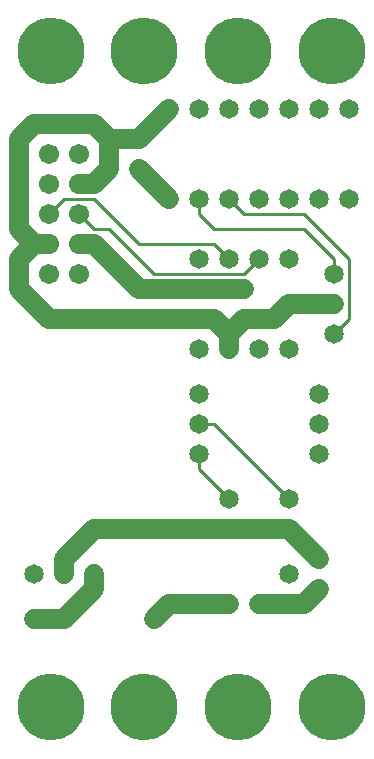
<source format=gbl>
%MOIN*%
%FSLAX25Y25*%
G04 D10 used for Character Trace; *
G04     Circle (OD=.01000) (No hole)*
G04 D11 used for Power Trace; *
G04     Circle (OD=.06500) (No hole)*
G04 D12 used for Signal Trace; *
G04     Circle (OD=.01100) (No hole)*
G04 D13 used for Via; *
G04     Circle (OD=.05800) (Round. Hole ID=.02800)*
G04 D14 used for Component hole; *
G04     Circle (OD=.06500) (Round. Hole ID=.03500)*
G04 D15 used for Component hole; *
G04     Circle (OD=.06700) (Round. Hole ID=.04300)*
G04 D16 used for Component hole; *
G04     Circle (OD=.08100) (Round. Hole ID=.05100)*
G04 D17 used for Component hole; *
G04     Circle (OD=.08900) (Round. Hole ID=.05900)*
G04 D18 used for Component hole; *
G04     Circle (OD=.11300) (Round. Hole ID=.08300)*
G04 D19 used for Component hole; *
G04     Circle (OD=.16000) (Round. Hole ID=.13000)*
G04 D20 used for Component hole; *
G04     Circle (OD=.18300) (Round. Hole ID=.15300)*
G04 D21 used for Component hole; *
G04     Circle (OD=.22291) (Round. Hole ID=.19291)*
%ADD10C,.01000*%
%ADD11C,.06500*%
%ADD12C,.01100*%
%ADD13C,.05800*%
%ADD14C,.06500*%
%ADD15C,.06700*%
%ADD16C,.08100*%
%ADD17C,.08900*%
%ADD18C,.11300*%
%ADD19C,.16000*%
%ADD20C,.18300*%
%ADD21C,.22291*%
%IPPOS*%
%LPD*%
G90*X0Y0D02*D21*X15625Y15625D03*D11*              
X10000Y45000D02*X20000D01*D14*X10000D03*D11*      
X20000D02*X30000Y55000D01*Y60000D01*D14*D03*D11*  
X20000D02*Y65000D01*D14*Y60000D03*D11*Y65000D02*  
X30000Y75000D01*X75000D01*D14*D03*D11*X95000D01*  
D14*D03*D11*X105000Y65000D01*D14*D03*Y55000D03*   
D11*X100000Y50000D01*X85000D01*D14*D03*           
X95000Y60000D03*X75000Y50000D03*D11*X55000D01*    
X50000Y45000D01*D14*D03*D21*X78125Y15625D03*      
X46875D03*D14*X75000Y85000D03*D12*X65000Y95000D01*
Y100000D01*D14*D03*D12*X95000Y85000D02*           
X70000Y110000D01*D14*X95000Y85000D03*             
X105000Y100000D03*D12*X65000Y110000D02*X70000D01* 
D14*X65000D03*Y120000D03*X85000Y135000D03*        
X75000D03*D11*Y140000D01*X80000Y145000D01*        
X90000D01*X95000Y150000D01*X110000D01*D14*D03*D12*
Y140000D02*X115000Y145000D01*D14*                 
X110000Y140000D03*D12*X115000Y145000D02*          
Y165000D01*X100000Y180000D01*X80000D01*           
X75000Y185000D01*D14*D03*D12*X70000Y175000D02*    
X100000D01*X110000Y165000D01*Y160000D01*D14*D03*  
X95000Y165000D03*X85000Y185000D03*                
X95000Y135000D03*X115000Y185000D03*               
X85000Y165000D03*D12*X80000Y160000D01*X50000D01*  
X35000Y175000D01*X30000D01*X25000Y180000D01*D15*  
D03*D12*X45000Y170000D02*X30000Y185000D01*        
X45000Y170000D02*X70000D01*X75000Y165000D01*D14*  
D03*X65000D03*D12*X70000Y175000D02*               
X65000Y180000D01*Y185000D01*D14*D03*X55000D03*D11*
X45000Y195000D01*D14*D03*D11*X35000D02*Y205000D01*
X30000Y190000D02*X35000Y195000D01*                
X25000Y190000D02*X30000D01*D15*X25000D03*D12*     
X20000Y185000D02*X30000D01*X15000Y180000D02*      
X20000Y185000D01*D15*X15000Y180000D03*            
X25000Y170000D03*D11*X30000D01*X45000Y155000D01*  
X55000D01*D14*D03*D11*X80000D01*D13*D03*D11*      
X75000Y140000D02*X70000Y145000D01*X55000D01*D14*  
D03*D11*X15000D01*X5000Y155000D01*Y165000D01*     
X10000Y170000D01*X15000D01*D15*D03*D11*X10000D02* 
X5000Y175000D01*Y205000D01*X10000Y210000D01*      
X30000D01*X35000Y205000D01*X45000D01*D14*D03*D11* 
X55000Y215000D01*D14*D03*X65000D03*X75000D03*D21* 
X46875Y234375D03*X78125D03*D14*X85000Y215000D03*  
D15*X25000Y200000D03*D14*X95000Y185000D03*D21*    
X15625Y234375D03*D14*X95000Y215000D03*D15*        
X15000Y200000D03*Y190000D03*D14*X105000Y185000D03*
Y215000D03*D15*X15000Y160000D03*X25000D03*D21*    
X109375Y234375D03*D14*X115000Y215000D03*          
X65000Y135000D03*X105000Y120000D03*Y110000D03*    
X10000Y60000D03*D21*X109375Y15625D03*M02*         

</source>
